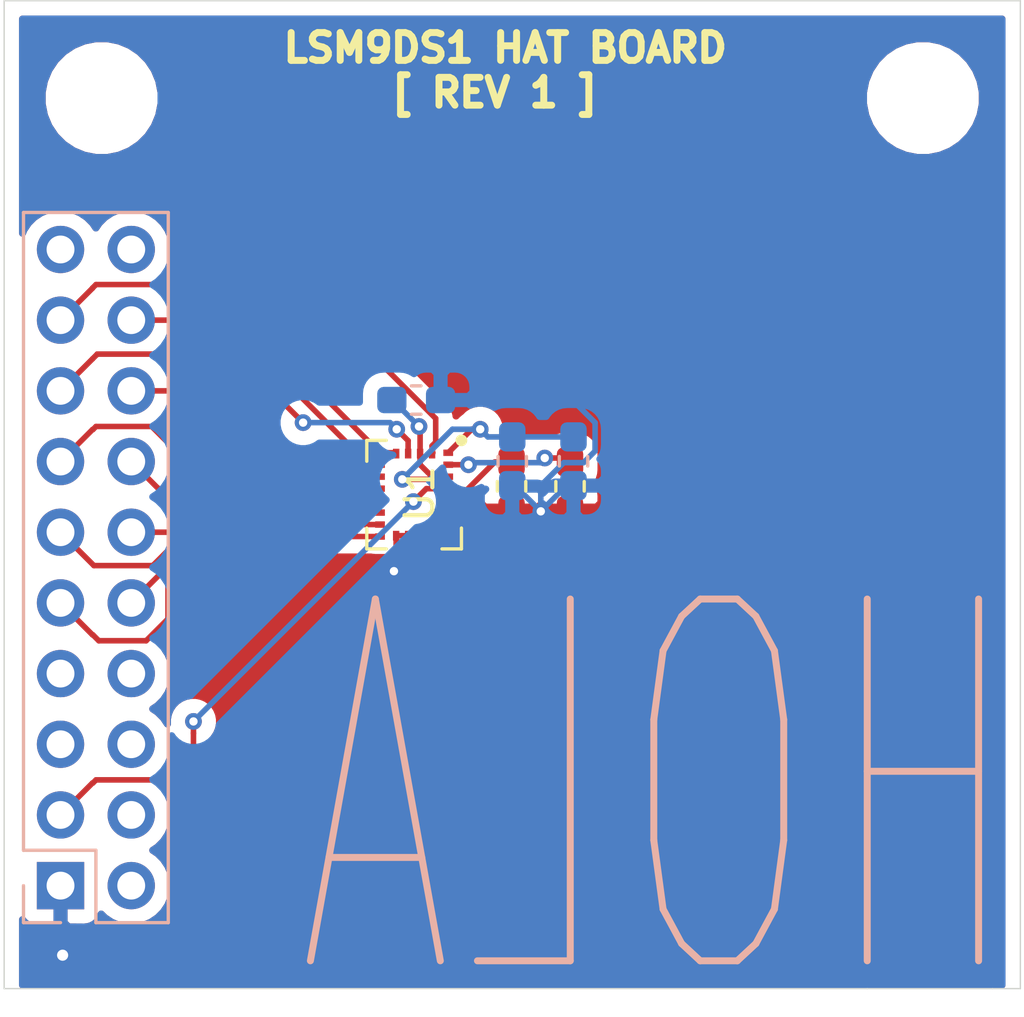
<source format=kicad_pcb>
(kicad_pcb (version 20171130) (host pcbnew "(5.1.6)-1")

  (general
    (thickness 1.6)
    (drawings 8)
    (tracks 133)
    (zones 0)
    (modules 9)
    (nets 23)
  )

  (page A4)
  (layers
    (0 F.Cu signal)
    (31 B.Cu signal)
    (32 B.Adhes user)
    (33 F.Adhes user)
    (34 B.Paste user)
    (35 F.Paste user)
    (36 B.SilkS user)
    (37 F.SilkS user)
    (38 B.Mask user)
    (39 F.Mask user)
    (40 Dwgs.User user)
    (41 Cmts.User user)
    (42 Eco1.User user)
    (43 Eco2.User user)
    (44 Edge.Cuts user)
    (45 Margin user)
    (46 B.CrtYd user)
    (47 F.CrtYd user)
    (48 B.Fab user)
    (49 F.Fab user)
  )

  (setup
    (last_trace_width 0.25)
    (user_trace_width 0.2)
    (user_trace_width 1)
    (user_trace_width 2)
    (trace_clearance 0.2)
    (zone_clearance 0.508)
    (zone_45_only no)
    (trace_min 0.2)
    (via_size 0.8)
    (via_drill 0.4)
    (via_min_size 0.4)
    (via_min_drill 0.3)
    (user_via 0.6 0.3)
    (user_via 1 0.5)
    (uvia_size 0.3)
    (uvia_drill 0.1)
    (uvias_allowed no)
    (uvia_min_size 0.2)
    (uvia_min_drill 0.1)
    (edge_width 0.05)
    (segment_width 0.2)
    (pcb_text_width 0.3)
    (pcb_text_size 1.5 1.5)
    (mod_edge_width 0.12)
    (mod_text_size 1 1)
    (mod_text_width 0.15)
    (pad_size 3 3)
    (pad_drill 3)
    (pad_to_mask_clearance 0.05)
    (aux_axis_origin 0 0)
    (visible_elements 7FFFFFFF)
    (pcbplotparams
      (layerselection 0x010fc_ffffffff)
      (usegerberextensions false)
      (usegerberattributes true)
      (usegerberadvancedattributes true)
      (creategerberjobfile true)
      (excludeedgelayer true)
      (linewidth 0.100000)
      (plotframeref false)
      (viasonmask false)
      (mode 1)
      (useauxorigin false)
      (hpglpennumber 1)
      (hpglpenspeed 20)
      (hpglpendiameter 15.000000)
      (psnegative false)
      (psa4output false)
      (plotreference true)
      (plotvalue true)
      (plotinvisibletext false)
      (padsonsilk false)
      (subtractmaskfromsilk false)
      (outputformat 1)
      (mirror false)
      (drillshape 1)
      (scaleselection 1)
      (outputdirectory ""))
  )

  (net 0 "")
  (net 1 GND)
  (net 2 "Net-(C1-Pad1)")
  (net 3 +3V3)
  (net 4 "Net-(C3-Pad1)")
  (net 5 /MISO)
  (net 6 /SCLK)
  (net 7 /MOSI)
  (net 8 /male_pin/H_RX)
  (net 9 /male_pin/H_TX)
  (net 10 /CS)
  (net 11 /INT1)
  (net 12 /INT2)
  (net 13 /INTM)
  (net 14 /CSM)
  (net 15 /DRDYM)
  (net 16 /DEN)
  (net 17 /male_pin/H_PIN_7)
  (net 18 /male_pin/H_PIN_8)
  (net 19 /male_pin/H_PIN_9)
  (net 20 /male_pin/H_PIN_10)
  (net 21 /male_pin/H_PIN_11)
  (net 22 /male_pin/+BATT)

  (net_class Default "This is the default net class."
    (clearance 0.2)
    (trace_width 0.25)
    (via_dia 0.8)
    (via_drill 0.4)
    (uvia_dia 0.3)
    (uvia_drill 0.1)
    (add_net +3V3)
    (add_net /CS)
    (add_net /CSM)
    (add_net /DEN)
    (add_net /DRDYM)
    (add_net /INT1)
    (add_net /INT2)
    (add_net /INTM)
    (add_net /MISO)
    (add_net /MOSI)
    (add_net /SCLK)
    (add_net /male_pin/+BATT)
    (add_net /male_pin/H_PIN_10)
    (add_net /male_pin/H_PIN_11)
    (add_net /male_pin/H_PIN_7)
    (add_net /male_pin/H_PIN_8)
    (add_net /male_pin/H_PIN_9)
    (add_net /male_pin/H_RX)
    (add_net /male_pin/H_TX)
    (add_net GND)
    (add_net "Net-(C1-Pad1)")
    (add_net "Net-(C3-Pad1)")
  )

  (module MountingHole:MountingHole_3mm (layer F.Cu) (tedit 56D1B4CB) (tstamp 5FF7EE2A)
    (at 162.5 60)
    (descr "Mounting Hole 3mm, no annular")
    (tags "mounting hole 3mm no annular")
    (path /5FA45FD6)
    (attr virtual)
    (fp_text reference H3 (at -4 1) (layer F.SilkS) hide
      (effects (font (size 1 1) (thickness 0.15)))
    )
    (fp_text value MountingHole (at -1.5 2) (layer F.Fab)
      (effects (font (size 1 1) (thickness 0.15)))
    )
    (fp_circle (center 0 0) (end 3.25 0) (layer F.CrtYd) (width 0.05))
    (fp_circle (center 0 0) (end 3 0) (layer Cmts.User) (width 0.15))
    (fp_text user %R (at 0.3 0) (layer F.Fab)
      (effects (font (size 1 1) (thickness 0.15)))
    )
    (pad 1 np_thru_hole circle (at 0 0) (size 3 3) (drill 3) (layers *.Cu *.Mask))
  )

  (module MountingHole:MountingHole_3mm (layer F.Cu) (tedit 56D1B4CB) (tstamp 5FF7EE2A)
    (at 133 60)
    (descr "Mounting Hole 3mm, no annular")
    (tags "mounting hole 3mm no annular")
    (path /5FA45FD6)
    (attr virtual)
    (fp_text reference H1 (at 4 1) (layer F.SilkS) hide
      (effects (font (size 1 1) (thickness 0.15)))
    )
    (fp_text value MountingHole (at 1.5 2 180) (layer F.Fab)
      (effects (font (size 1 1) (thickness 0.15)))
    )
    (fp_circle (center 0 0) (end 3.25 0) (layer F.CrtYd) (width 0.05))
    (fp_circle (center 0 0) (end 3 0) (layer Cmts.User) (width 0.15))
    (fp_text user %R (at 0.3 0) (layer F.Fab)
      (effects (font (size 1 1) (thickness 0.15)))
    )
    (pad 1 np_thru_hole circle (at 0 0) (size 3 3) (drill 3) (layers *.Cu *.Mask))
  )

  (module Connector_PinHeader_2.54mm:PinHeader_2x10_P2.54mm_Vertical (layer B.Cu) (tedit 59FED5CC) (tstamp 5FF84374)
    (at 131.525 88.3)
    (descr "Through hole straight pin header, 2x10, 2.54mm pitch, double rows")
    (tags "Through hole pin header THT 2x10 2.54mm double row")
    (path /5FF642D7/5FF82731)
    (fp_text reference J1 (at 0.975 2.7) (layer F.SilkS) hide
      (effects (font (size 1 1) (thickness 0.15)))
    )
    (fp_text value Conn_02x10_Odd_Even (at -0.525 -11.3 90) (layer F.Fab)
      (effects (font (size 1 1) (thickness 0.15)))
    )
    (fp_line (start 4.35 1.8) (end -1.8 1.8) (layer B.CrtYd) (width 0.05))
    (fp_line (start 4.35 -24.65) (end 4.35 1.8) (layer B.CrtYd) (width 0.05))
    (fp_line (start -1.8 -24.65) (end 4.35 -24.65) (layer B.CrtYd) (width 0.05))
    (fp_line (start -1.8 1.8) (end -1.8 -24.65) (layer B.CrtYd) (width 0.05))
    (fp_line (start -1.33 1.33) (end 0 1.33) (layer B.SilkS) (width 0.12))
    (fp_line (start -1.33 0) (end -1.33 1.33) (layer B.SilkS) (width 0.12))
    (fp_line (start 1.27 1.33) (end 3.87 1.33) (layer B.SilkS) (width 0.12))
    (fp_line (start 1.27 -1.27) (end 1.27 1.33) (layer B.SilkS) (width 0.12))
    (fp_line (start -1.33 -1.27) (end 1.27 -1.27) (layer B.SilkS) (width 0.12))
    (fp_line (start 3.87 1.33) (end 3.87 -24.19) (layer B.SilkS) (width 0.12))
    (fp_line (start -1.33 -1.27) (end -1.33 -24.19) (layer B.SilkS) (width 0.12))
    (fp_line (start -1.33 -24.19) (end 3.87 -24.19) (layer B.SilkS) (width 0.12))
    (fp_line (start -1.27 0) (end 0 1.27) (layer B.Fab) (width 0.1))
    (fp_line (start -1.27 -24.13) (end -1.27 0) (layer B.Fab) (width 0.1))
    (fp_line (start 3.81 -24.13) (end -1.27 -24.13) (layer B.Fab) (width 0.1))
    (fp_line (start 3.81 1.27) (end 3.81 -24.13) (layer B.Fab) (width 0.1))
    (fp_line (start 0 1.27) (end 3.81 1.27) (layer B.Fab) (width 0.1))
    (fp_text user %R (at 1.27 -11.43 -90) (layer B.Fab)
      (effects (font (size 1 1) (thickness 0.15)) (justify mirror))
    )
    (pad 20 thru_hole oval (at 2.54 -22.86) (size 1.7 1.7) (drill 1) (layers *.Cu *.Mask)
      (net 8 /male_pin/H_RX))
    (pad 19 thru_hole oval (at 0 -22.86) (size 1.7 1.7) (drill 1) (layers *.Cu *.Mask)
      (net 9 /male_pin/H_TX))
    (pad 18 thru_hole oval (at 2.54 -20.32) (size 1.7 1.7) (drill 1) (layers *.Cu *.Mask)
      (net 5 /MISO))
    (pad 17 thru_hole oval (at 0 -20.32) (size 1.7 1.7) (drill 1) (layers *.Cu *.Mask)
      (net 6 /SCLK))
    (pad 16 thru_hole oval (at 2.54 -17.78) (size 1.7 1.7) (drill 1) (layers *.Cu *.Mask)
      (net 7 /MOSI))
    (pad 15 thru_hole oval (at 0 -17.78) (size 1.7 1.7) (drill 1) (layers *.Cu *.Mask)
      (net 10 /CS))
    (pad 14 thru_hole oval (at 2.54 -15.24) (size 1.7 1.7) (drill 1) (layers *.Cu *.Mask)
      (net 15 /DRDYM))
    (pad 13 thru_hole oval (at 0 -15.24) (size 1.7 1.7) (drill 1) (layers *.Cu *.Mask)
      (net 14 /CSM))
    (pad 12 thru_hole oval (at 2.54 -12.7) (size 1.7 1.7) (drill 1) (layers *.Cu *.Mask)
      (net 13 /INTM))
    (pad 11 thru_hole oval (at 0 -12.7) (size 1.7 1.7) (drill 1) (layers *.Cu *.Mask)
      (net 11 /INT1))
    (pad 10 thru_hole oval (at 2.54 -10.16) (size 1.7 1.7) (drill 1) (layers *.Cu *.Mask)
      (net 12 /INT2))
    (pad 9 thru_hole oval (at 0 -10.16) (size 1.7 1.7) (drill 1) (layers *.Cu *.Mask)
      (net 16 /DEN))
    (pad 8 thru_hole oval (at 2.54 -7.62) (size 1.7 1.7) (drill 1) (layers *.Cu *.Mask)
      (net 17 /male_pin/H_PIN_7))
    (pad 7 thru_hole oval (at 0 -7.62) (size 1.7 1.7) (drill 1) (layers *.Cu *.Mask)
      (net 18 /male_pin/H_PIN_8))
    (pad 6 thru_hole oval (at 2.54 -5.08) (size 1.7 1.7) (drill 1) (layers *.Cu *.Mask)
      (net 19 /male_pin/H_PIN_9))
    (pad 5 thru_hole oval (at 0 -5.08) (size 1.7 1.7) (drill 1) (layers *.Cu *.Mask)
      (net 20 /male_pin/H_PIN_10))
    (pad 4 thru_hole oval (at 2.54 -2.54) (size 1.7 1.7) (drill 1) (layers *.Cu *.Mask)
      (net 21 /male_pin/H_PIN_11))
    (pad 3 thru_hole oval (at 0 -2.54) (size 1.7 1.7) (drill 1) (layers *.Cu *.Mask)
      (net 3 +3V3))
    (pad 2 thru_hole oval (at 2.54 0) (size 1.7 1.7) (drill 1) (layers *.Cu *.Mask)
      (net 22 /male_pin/+BATT))
    (pad 1 thru_hole rect (at 0 0) (size 1.7 1.7) (drill 1) (layers *.Cu *.Mask)
      (net 1 GND))
    (model ${KISYS3DMOD}/Connector_PinHeader_2.54mm.3dshapes/PinHeader_2x10_P2.54mm_Vertical.wrl
      (at (xyz 0 0 0))
      (scale (xyz 1 1 1))
      (rotate (xyz 0 0 0))
    )
  )

  (module Package_LGA:LGA-24L_3x3.5mm_P0.43mm (layer F.Cu) (tedit 5A02F217) (tstamp 5FF7D40B)
    (at 144.225 74.25 270)
    (descr "LGA 24L 3x3.5mm Pitch 0.43mm")
    (tags "LGA 24L 3x3.5mm Pitch 0.43mm")
    (path /5FF5E858/5FF62050)
    (attr smd)
    (fp_text reference U1 (at -0.025 -0.2 90) (layer F.SilkS)
      (effects (font (size 1 1) (thickness 0.15)))
    )
    (fp_text value LSM9DS1 (at -0.225 0.65 90) (layer F.Fab)
      (effects (font (size 1 1) (thickness 0.15)))
    )
    (fp_line (start -1.2 1.7) (end -1.95 1.7) (layer F.SilkS) (width 0.12))
    (fp_line (start 1.95 1) (end 1.95 1.7) (layer F.SilkS) (width 0.12))
    (fp_line (start -1.75 -1.5) (end 1.75 -1.5) (layer F.Fab) (width 0.1))
    (fp_line (start 1.75 -1.5) (end 1.75 1.5) (layer F.Fab) (width 0.1))
    (fp_line (start 1.75 1.5) (end -1.75 1.5) (layer F.Fab) (width 0.1))
    (fp_line (start -1.75 1.5) (end -1.75 -1.5) (layer F.Fab) (width 0.1))
    (fp_circle (center -1.3 -1) (end -1.3 -0.85) (layer F.Fab) (width 0.1))
    (fp_line (start 1.2 -1.7) (end 1.95 -1.7) (layer F.SilkS) (width 0.12))
    (fp_line (start 1.95 -1.7) (end 1.95 -1) (layer F.SilkS) (width 0.12))
    (fp_line (start 1.95 1.7) (end 1.2 1.7) (layer F.SilkS) (width 0.12))
    (fp_line (start -1.95 1.7) (end -1.95 1) (layer F.SilkS) (width 0.12))
    (fp_circle (center -1.95 -1.7) (end -1.8 -1.7) (layer F.SilkS) (width 0.12))
    (fp_line (start -2.1 -1.85) (end 2.1 -1.85) (layer F.CrtYd) (width 0.05))
    (fp_line (start 2.1 -1.85) (end 2.1 1.85) (layer F.CrtYd) (width 0.05))
    (fp_line (start 2.1 1.85) (end -2.1 1.85) (layer F.CrtYd) (width 0.05))
    (fp_line (start -2.1 1.85) (end -2.1 -1.85) (layer F.CrtYd) (width 0.05))
    (fp_circle (center -1.3 -1) (end -1.3 -0.95) (layer F.Fab) (width 0.1))
    (fp_circle (center -1.95 -1.7) (end -1.89 -1.7) (layer F.SilkS) (width 0.12))
    (fp_text user %R (at -0.025 -0.325 90) (layer F.Fab)
      (effects (font (size 1 1) (thickness 0.15)))
    )
    (pad 13 smd rect (at 1.505 1.225 270) (size 0.23 0.35) (layers F.Cu F.Paste F.Mask)
      (net 16 /DEN))
    (pad 12 smd rect (at 1.075 1.225 270) (size 0.23 0.35) (layers F.Cu F.Paste F.Mask)
      (net 12 /INT2))
    (pad 11 smd rect (at 0.645 1.225 270) (size 0.23 0.35) (layers F.Cu F.Paste F.Mask)
      (net 11 /INT1))
    (pad 10 smd rect (at 0.215 1.225 270) (size 0.23 0.35) (layers F.Cu F.Paste F.Mask)
      (net 13 /INTM))
    (pad 9 smd rect (at -0.215 1.225 270) (size 0.23 0.35) (layers F.Cu F.Paste F.Mask)
      (net 15 /DRDYM))
    (pad 8 smd rect (at -0.645 1.225 270) (size 0.23 0.35) (layers F.Cu F.Paste F.Mask)
      (net 14 /CSM))
    (pad 7 smd rect (at -1.075 1.225 270) (size 0.23 0.35) (layers F.Cu F.Paste F.Mask)
      (net 10 /CS))
    (pad 6 smd rect (at -1.505 1.225 270) (size 0.23 0.35) (layers F.Cu F.Paste F.Mask)
      (net 5 /MISO))
    (pad 18 smd rect (at 1.505 -1.225 270) (size 0.23 0.35) (layers F.Cu F.Paste F.Mask)
      (net 1 GND))
    (pad 19 smd rect (at 1.075 -1.225 270) (size 0.23 0.35) (layers F.Cu F.Paste F.Mask)
      (net 1 GND))
    (pad 20 smd rect (at 0.645 -1.225 270) (size 0.23 0.35) (layers F.Cu F.Paste F.Mask)
      (net 1 GND))
    (pad 21 smd rect (at 0.215 -1.225 270) (size 0.23 0.35) (layers F.Cu F.Paste F.Mask)
      (net 2 "Net-(C1-Pad1)"))
    (pad 22 smd rect (at -0.215 -1.225 270) (size 0.23 0.35) (layers F.Cu F.Paste F.Mask)
      (net 3 +3V3))
    (pad 23 smd rect (at -0.645 -1.225 270) (size 0.23 0.35) (layers F.Cu F.Paste F.Mask)
      (net 3 +3V3))
    (pad 24 smd rect (at -1.075 -1.225 270) (size 0.23 0.35) (layers F.Cu F.Paste F.Mask)
      (net 4 "Net-(C3-Pad1)"))
    (pad 14 smd rect (at 1.475 0.645 270) (size 0.35 0.23) (layers F.Cu F.Paste F.Mask)
      (net 1 GND))
    (pad 5 smd rect (at -1.475 0.645 270) (size 0.35 0.23) (layers F.Cu F.Paste F.Mask)
      (net 5 /MISO))
    (pad 15 smd rect (at 1.475 0.215 270) (size 0.35 0.23) (layers F.Cu F.Paste F.Mask)
      (net 1 GND))
    (pad 4 smd rect (at -1.475 0.215 270) (size 0.35 0.23) (layers F.Cu F.Paste F.Mask)
      (net 7 /MOSI))
    (pad 16 smd rect (at 1.475 -0.215 270) (size 0.35 0.23) (layers F.Cu F.Paste F.Mask)
      (net 1 GND))
    (pad 3 smd rect (at -1.475 -0.215 270) (size 0.35 0.23) (layers F.Cu F.Paste F.Mask)
      (net 3 +3V3))
    (pad 17 smd rect (at 1.475 -0.645 270) (size 0.35 0.23) (layers F.Cu F.Paste F.Mask)
      (net 1 GND))
    (pad 2 smd rect (at -1.475 -0.645 270) (size 0.35 0.23) (layers F.Cu F.Paste F.Mask)
      (net 6 /SCLK))
    (pad 1 smd rect (at -1.505 -1.225 270) (size 0.23 0.35) (layers F.Cu F.Paste F.Mask)
      (net 3 +3V3))
    (model ${KISYS3DMOD}/Package_LGA.3dshapes/LGA-24L_3x3.5mm_P0.43mm.wrl
      (at (xyz 0 0 0))
      (scale (xyz 1 1 1))
      (rotate (xyz 0 0 0))
    )
  )

  (module Capacitor_SMD:C_0603_1608Metric_Pad1.05x0.95mm_HandSolder (layer B.Cu) (tedit 5B301BBE) (tstamp 5FF7D3B4)
    (at 149.95 73.05 270)
    (descr "Capacitor SMD 0603 (1608 Metric), square (rectangular) end terminal, IPC_7351 nominal with elongated pad for handsoldering. (Body size source: http://www.tortai-tech.com/upload/download/2011102023233369053.pdf), generated with kicad-footprint-generator")
    (tags "capacitor handsolder")
    (path /5FF5E858/5FF62068)
    (attr smd)
    (fp_text reference C5 (at 1.8 0 180) (layer B.SilkS) hide
      (effects (font (size 1 1) (thickness 0.15)) (justify mirror))
    )
    (fp_text value 10uF (at 0.1 0.1 270) (layer B.Fab)
      (effects (font (size 1 1) (thickness 0.15)) (justify mirror))
    )
    (fp_line (start 1.65 -0.73) (end -1.65 -0.73) (layer B.CrtYd) (width 0.05))
    (fp_line (start 1.65 0.73) (end 1.65 -0.73) (layer B.CrtYd) (width 0.05))
    (fp_line (start -1.65 0.73) (end 1.65 0.73) (layer B.CrtYd) (width 0.05))
    (fp_line (start -1.65 -0.73) (end -1.65 0.73) (layer B.CrtYd) (width 0.05))
    (fp_line (start -0.171267 -0.51) (end 0.171267 -0.51) (layer B.SilkS) (width 0.12))
    (fp_line (start -0.171267 0.51) (end 0.171267 0.51) (layer B.SilkS) (width 0.12))
    (fp_line (start 0.8 -0.4) (end -0.8 -0.4) (layer B.Fab) (width 0.1))
    (fp_line (start 0.8 0.4) (end 0.8 -0.4) (layer B.Fab) (width 0.1))
    (fp_line (start -0.8 0.4) (end 0.8 0.4) (layer B.Fab) (width 0.1))
    (fp_line (start -0.8 -0.4) (end -0.8 0.4) (layer B.Fab) (width 0.1))
    (fp_text user %R (at 0 0 270) (layer B.Fab)
      (effects (font (size 0.4 0.4) (thickness 0.06)) (justify mirror))
    )
    (pad 2 smd roundrect (at 0.875 0 270) (size 1.05 0.95) (layers B.Cu B.Paste B.Mask) (roundrect_rratio 0.25)
      (net 1 GND))
    (pad 1 smd roundrect (at -0.875 0 270) (size 1.05 0.95) (layers B.Cu B.Paste B.Mask) (roundrect_rratio 0.25)
      (net 3 +3V3))
    (model ${KISYS3DMOD}/Capacitor_SMD.3dshapes/C_0603_1608Metric.wrl
      (at (xyz 0 0 0))
      (scale (xyz 1 1 1))
      (rotate (xyz 0 0 0))
    )
  )

  (module Capacitor_SMD:C_0603_1608Metric_Pad1.05x0.95mm_HandSolder (layer B.Cu) (tedit 5B301BBE) (tstamp 5FF7D3A3)
    (at 147.75 73.05 270)
    (descr "Capacitor SMD 0603 (1608 Metric), square (rectangular) end terminal, IPC_7351 nominal with elongated pad for handsoldering. (Body size source: http://www.tortai-tech.com/upload/download/2011102023233369053.pdf), generated with kicad-footprint-generator")
    (tags "capacitor handsolder")
    (path /5FF5E858/5FF62062)
    (attr smd)
    (fp_text reference C4 (at 1.8 0 180) (layer B.SilkS) hide
      (effects (font (size 1 1) (thickness 0.15)) (justify mirror))
    )
    (fp_text value 100nF (at -0.2 -0.1 90) (layer B.Fab)
      (effects (font (size 1 1) (thickness 0.15)) (justify mirror))
    )
    (fp_line (start 1.65 -0.73) (end -1.65 -0.73) (layer B.CrtYd) (width 0.05))
    (fp_line (start 1.65 0.73) (end 1.65 -0.73) (layer B.CrtYd) (width 0.05))
    (fp_line (start -1.65 0.73) (end 1.65 0.73) (layer B.CrtYd) (width 0.05))
    (fp_line (start -1.65 -0.73) (end -1.65 0.73) (layer B.CrtYd) (width 0.05))
    (fp_line (start -0.171267 -0.51) (end 0.171267 -0.51) (layer B.SilkS) (width 0.12))
    (fp_line (start -0.171267 0.51) (end 0.171267 0.51) (layer B.SilkS) (width 0.12))
    (fp_line (start 0.8 -0.4) (end -0.8 -0.4) (layer B.Fab) (width 0.1))
    (fp_line (start 0.8 0.4) (end 0.8 -0.4) (layer B.Fab) (width 0.1))
    (fp_line (start -0.8 0.4) (end 0.8 0.4) (layer B.Fab) (width 0.1))
    (fp_line (start -0.8 -0.4) (end -0.8 0.4) (layer B.Fab) (width 0.1))
    (fp_text user %R (at 0 0 270) (layer B.Fab)
      (effects (font (size 0.4 0.4) (thickness 0.06)) (justify mirror))
    )
    (pad 2 smd roundrect (at 0.875 0 270) (size 1.05 0.95) (layers B.Cu B.Paste B.Mask) (roundrect_rratio 0.25)
      (net 1 GND))
    (pad 1 smd roundrect (at -0.875 0 270) (size 1.05 0.95) (layers B.Cu B.Paste B.Mask) (roundrect_rratio 0.25)
      (net 3 +3V3))
    (model ${KISYS3DMOD}/Capacitor_SMD.3dshapes/C_0603_1608Metric.wrl
      (at (xyz 0 0 0))
      (scale (xyz 1 1 1))
      (rotate (xyz 0 0 0))
    )
  )

  (module Capacitor_SMD:C_0603_1608Metric_Pad1.05x0.95mm_HandSolder (layer F.Cu) (tedit 5B301BBE) (tstamp 5FF7D392)
    (at 149.825 73.95 270)
    (descr "Capacitor SMD 0603 (1608 Metric), square (rectangular) end terminal, IPC_7351 nominal with elongated pad for handsoldering. (Body size source: http://www.tortai-tech.com/upload/download/2011102023233369053.pdf), generated with kicad-footprint-generator")
    (tags "capacitor handsolder")
    (path /5FF5E858/5FF62085)
    (attr smd)
    (fp_text reference C3 (at 2.05 0 180) (layer F.SilkS) hide
      (effects (font (size 1 1) (thickness 0.15)))
    )
    (fp_text value 100nF (at 0 -0.1 90) (layer F.Fab)
      (effects (font (size 1 1) (thickness 0.15)))
    )
    (fp_line (start 1.65 0.73) (end -1.65 0.73) (layer F.CrtYd) (width 0.05))
    (fp_line (start 1.65 -0.73) (end 1.65 0.73) (layer F.CrtYd) (width 0.05))
    (fp_line (start -1.65 -0.73) (end 1.65 -0.73) (layer F.CrtYd) (width 0.05))
    (fp_line (start -1.65 0.73) (end -1.65 -0.73) (layer F.CrtYd) (width 0.05))
    (fp_line (start -0.171267 0.51) (end 0.171267 0.51) (layer F.SilkS) (width 0.12))
    (fp_line (start -0.171267 -0.51) (end 0.171267 -0.51) (layer F.SilkS) (width 0.12))
    (fp_line (start 0.8 0.4) (end -0.8 0.4) (layer F.Fab) (width 0.1))
    (fp_line (start 0.8 -0.4) (end 0.8 0.4) (layer F.Fab) (width 0.1))
    (fp_line (start -0.8 -0.4) (end 0.8 -0.4) (layer F.Fab) (width 0.1))
    (fp_line (start -0.8 0.4) (end -0.8 -0.4) (layer F.Fab) (width 0.1))
    (fp_text user %R (at 0 0 90) (layer F.Fab)
      (effects (font (size 0.4 0.4) (thickness 0.06)))
    )
    (pad 2 smd roundrect (at 0.875 0 270) (size 1.05 0.95) (layers F.Cu F.Paste F.Mask) (roundrect_rratio 0.25)
      (net 1 GND))
    (pad 1 smd roundrect (at -0.875 0 270) (size 1.05 0.95) (layers F.Cu F.Paste F.Mask) (roundrect_rratio 0.25)
      (net 4 "Net-(C3-Pad1)"))
    (model ${KISYS3DMOD}/Capacitor_SMD.3dshapes/C_0603_1608Metric.wrl
      (at (xyz 0 0 0))
      (scale (xyz 1 1 1))
      (rotate (xyz 0 0 0))
    )
  )

  (module Capacitor_SMD:C_0603_1608Metric_Pad1.05x0.95mm_HandSolder (layer B.Cu) (tedit 5B301BBE) (tstamp 5FF7D381)
    (at 144.3 70.85)
    (descr "Capacitor SMD 0603 (1608 Metric), square (rectangular) end terminal, IPC_7351 nominal with elongated pad for handsoldering. (Body size source: http://www.tortai-tech.com/upload/download/2011102023233369053.pdf), generated with kicad-footprint-generator")
    (tags "capacitor handsolder")
    (path /5FF5E858/5FF620AD)
    (attr smd)
    (fp_text reference C2 (at 1.8 0 90) (layer B.SilkS) hide
      (effects (font (size 1 1) (thickness 0.15)) (justify mirror))
    )
    (fp_text value 100nF (at -0.2 0) (layer B.Fab)
      (effects (font (size 1 1) (thickness 0.15)) (justify mirror))
    )
    (fp_line (start 1.65 -0.73) (end -1.65 -0.73) (layer B.CrtYd) (width 0.05))
    (fp_line (start 1.65 0.73) (end 1.65 -0.73) (layer B.CrtYd) (width 0.05))
    (fp_line (start -1.65 0.73) (end 1.65 0.73) (layer B.CrtYd) (width 0.05))
    (fp_line (start -1.65 -0.73) (end -1.65 0.73) (layer B.CrtYd) (width 0.05))
    (fp_line (start -0.171267 -0.51) (end 0.171267 -0.51) (layer B.SilkS) (width 0.12))
    (fp_line (start -0.171267 0.51) (end 0.171267 0.51) (layer B.SilkS) (width 0.12))
    (fp_line (start 0.8 -0.4) (end -0.8 -0.4) (layer B.Fab) (width 0.1))
    (fp_line (start 0.8 0.4) (end 0.8 -0.4) (layer B.Fab) (width 0.1))
    (fp_line (start -0.8 0.4) (end 0.8 0.4) (layer B.Fab) (width 0.1))
    (fp_line (start -0.8 -0.4) (end -0.8 0.4) (layer B.Fab) (width 0.1))
    (fp_text user %R (at 0 0) (layer B.Fab)
      (effects (font (size 0.4 0.4) (thickness 0.06)) (justify mirror))
    )
    (pad 2 smd roundrect (at 0.875 0) (size 1.05 0.95) (layers B.Cu B.Paste B.Mask) (roundrect_rratio 0.25)
      (net 1 GND))
    (pad 1 smd roundrect (at -0.875 0) (size 1.05 0.95) (layers B.Cu B.Paste B.Mask) (roundrect_rratio 0.25)
      (net 3 +3V3))
    (model ${KISYS3DMOD}/Capacitor_SMD.3dshapes/C_0603_1608Metric.wrl
      (at (xyz 0 0 0))
      (scale (xyz 1 1 1))
      (rotate (xyz 0 0 0))
    )
  )

  (module Capacitor_SMD:C_0603_1608Metric_Pad1.05x0.95mm_HandSolder (layer F.Cu) (tedit 5B301BBE) (tstamp 5FF7D370)
    (at 147.725 73.95 270)
    (descr "Capacitor SMD 0603 (1608 Metric), square (rectangular) end terminal, IPC_7351 nominal with elongated pad for handsoldering. (Body size source: http://www.tortai-tech.com/upload/download/2011102023233369053.pdf), generated with kicad-footprint-generator")
    (tags "capacitor handsolder")
    (path /5FF5E858/5FF62095)
    (attr smd)
    (fp_text reference C1 (at 2 -0.1) (layer F.SilkS) hide
      (effects (font (size 1 1) (thickness 0.15)))
    )
    (fp_text value 10nF (at 0 0.1 90) (layer F.Fab)
      (effects (font (size 1 1) (thickness 0.15)))
    )
    (fp_line (start 1.65 0.73) (end -1.65 0.73) (layer F.CrtYd) (width 0.05))
    (fp_line (start 1.65 -0.73) (end 1.65 0.73) (layer F.CrtYd) (width 0.05))
    (fp_line (start -1.65 -0.73) (end 1.65 -0.73) (layer F.CrtYd) (width 0.05))
    (fp_line (start -1.65 0.73) (end -1.65 -0.73) (layer F.CrtYd) (width 0.05))
    (fp_line (start -0.171267 0.51) (end 0.171267 0.51) (layer F.SilkS) (width 0.12))
    (fp_line (start -0.171267 -0.51) (end 0.171267 -0.51) (layer F.SilkS) (width 0.12))
    (fp_line (start 0.8 0.4) (end -0.8 0.4) (layer F.Fab) (width 0.1))
    (fp_line (start 0.8 -0.4) (end 0.8 0.4) (layer F.Fab) (width 0.1))
    (fp_line (start -0.8 -0.4) (end 0.8 -0.4) (layer F.Fab) (width 0.1))
    (fp_line (start -0.8 0.4) (end -0.8 -0.4) (layer F.Fab) (width 0.1))
    (fp_text user %R (at 0 0 90) (layer F.Fab)
      (effects (font (size 0.4 0.4) (thickness 0.06)))
    )
    (pad 2 smd roundrect (at 0.875 0 270) (size 1.05 0.95) (layers F.Cu F.Paste F.Mask) (roundrect_rratio 0.25)
      (net 1 GND))
    (pad 1 smd roundrect (at -0.875 0 270) (size 1.05 0.95) (layers F.Cu F.Paste F.Mask) (roundrect_rratio 0.25)
      (net 2 "Net-(C1-Pad1)"))
    (model ${KISYS3DMOD}/Capacitor_SMD.3dshapes/C_0603_1608Metric.wrl
      (at (xyz 0 0 0))
      (scale (xyz 1 1 1))
      (rotate (xyz 0 0 0))
    )
  )

  (gr_text HOLA (at 153 85) (layer B.SilkS)
    (effects (font (size 13 7) (thickness 0.25)) (justify mirror))
  )
  (gr_text "LSM9DS1 HAT BOARD\n           [ REV 1 ]            " (at 147.5 59) (layer F.SilkS)
    (effects (font (size 1 1) (thickness 0.25)))
  )
  (gr_line (start 166 92) (end 165 92) (layer Edge.Cuts) (width 0.05) (tstamp 5FFBE8E0))
  (gr_line (start 166 56.5) (end 166 92) (layer Edge.Cuts) (width 0.05))
  (gr_line (start 165 92) (end 160.5 92) (layer Edge.Cuts) (width 0.05) (tstamp 5FFBE8DA))
  (gr_line (start 129.5 56.5) (end 166 56.5) (layer Edge.Cuts) (width 0.05))
  (gr_line (start 129.5 92) (end 160.5 92) (layer Edge.Cuts) (width 0.05))
  (gr_line (start 129.5 56.5) (end 129.5 92) (layer Edge.Cuts) (width 0.05))

  (via (at 131.6 90.8) (size 0.8) (drill 0.4) (layers F.Cu B.Cu) (net 1))
  (segment (start 131.6 90.8) (end 131.6 88.375) (width 0.25) (layer F.Cu) (net 1))
  (segment (start 131.6 88.375) (end 131.525 88.3) (width 0.2) (layer F.Cu) (net 1))
  (via (at 148.775 74.85) (size 0.6) (drill 0.3) (layers F.Cu B.Cu) (net 1))
  (segment (start 145.45 75.325) (end 145.45 75.755) (width 0.2) (layer F.Cu) (net 1))
  (segment (start 144.9 75.755) (end 144.87 75.725) (width 0.2) (layer F.Cu) (net 1))
  (segment (start 145.45 75.755) (end 144.9 75.755) (width 0.2) (layer F.Cu) (net 1))
  (segment (start 143.58 75.725) (end 144.01 75.725) (width 0.2) (layer F.Cu) (net 1))
  (segment (start 144.44 75.725) (end 144.01 75.725) (width 0.2) (layer F.Cu) (net 1))
  (segment (start 144.44 75.725) (end 144.87 75.725) (width 0.2) (layer F.Cu) (net 1))
  (segment (start 148.8 74.825) (end 148.775 74.85) (width 0.2) (layer F.Cu) (net 1))
  (segment (start 149.825 74.825) (end 148.8 74.825) (width 0.2) (layer F.Cu) (net 1))
  (segment (start 147.85 73.925) (end 148.775 74.85) (width 0.2) (layer B.Cu) (net 1))
  (segment (start 147.75 73.925) (end 147.85 73.925) (width 0.2) (layer B.Cu) (net 1))
  (segment (start 149.7 73.925) (end 148.775 74.85) (width 0.2) (layer B.Cu) (net 1))
  (segment (start 149.95 73.925) (end 149.7 73.925) (width 0.2) (layer B.Cu) (net 1))
  (segment (start 148.725 74.9) (end 148.775 74.85) (width 0.2) (layer B.Cu) (net 1))
  (segment (start 148.8 74.825) (end 148.775 74.85) (width 0.2) (layer B.Cu) (net 1))
  (segment (start 148.775 73.925) (end 148.775 74.85) (width 0.2) (layer B.Cu) (net 1))
  (segment (start 149.6 73.1) (end 148.775 73.925) (width 0.2) (layer B.Cu) (net 1))
  (segment (start 149.910156 70.85) (end 150.72501 71.664854) (width 0.2) (layer B.Cu) (net 1))
  (segment (start 145.175 70.85) (end 149.910156 70.85) (width 0.2) (layer B.Cu) (net 1))
  (segment (start 150.72501 71.664854) (end 150.72501 72.685146) (width 0.2) (layer B.Cu) (net 1))
  (segment (start 150.310156 73.1) (end 149.6 73.1) (width 0.2) (layer B.Cu) (net 1))
  (segment (start 150.72501 72.685146) (end 150.310156 73.1) (width 0.2) (layer B.Cu) (net 1))
  (segment (start 145.460001 74.905001) (end 145.45 74.905001) (width 0.2) (layer F.Cu) (net 1))
  (segment (start 148.75 74.825) (end 148.775 74.85) (width 0.2) (layer F.Cu) (net 1))
  (segment (start 147.725 74.825) (end 148.75 74.825) (width 0.2) (layer F.Cu) (net 1))
  (segment (start 145.45 75.325) (end 145.45 74.895) (width 0.2) (layer F.Cu) (net 1))
  (via (at 143.5 77) (size 0.6) (drill 0.3) (layers F.Cu B.Cu) (net 1))
  (segment (start 143.58 75.725) (end 143.58 76.92) (width 0.2) (layer F.Cu) (net 1))
  (segment (start 143.58 76.92) (end 143.5 77) (width 0.2) (layer F.Cu) (net 1))
  (segment (start 145.465 74.465) (end 145.479999 74.479999) (width 0.2) (layer F.Cu) (net 2))
  (segment (start 145.45 74.465) (end 145.465 74.465) (width 0.2) (layer F.Cu) (net 2))
  (segment (start 145.735 74.465) (end 145.45 74.465) (width 0.2) (layer F.Cu) (net 2))
  (segment (start 147.125 73.075) (end 145.735 74.465) (width 0.2) (layer F.Cu) (net 2))
  (segment (start 147.725 73.075) (end 147.125 73.075) (width 0.2) (layer F.Cu) (net 2))
  (segment (start 147.75 72.175) (end 149.95 72.175) (width 0.2) (layer B.Cu) (net 3))
  (via (at 146.599265 71.900735) (size 0.6) (drill 0.3) (layers F.Cu B.Cu) (net 3))
  (segment (start 147.75 72.175) (end 146.87353 72.175) (width 0.2) (layer B.Cu) (net 3))
  (segment (start 146.87353 72.175) (end 146.599265 71.900735) (width 0.2) (layer B.Cu) (net 3))
  (segment (start 146.294265 71.900735) (end 145.45 72.745) (width 0.2) (layer F.Cu) (net 3))
  (segment (start 146.599265 71.900735) (end 146.294265 71.900735) (width 0.2) (layer F.Cu) (net 3))
  (segment (start 145.45 73.605) (end 145.45 74.035) (width 0.2) (layer F.Cu) (net 3))
  (via (at 144.4 71.8) (size 0.6) (drill 0.3) (layers F.Cu B.Cu) (net 3))
  (segment (start 143.425 70.85) (end 143.45 70.85) (width 0.2) (layer B.Cu) (net 3))
  (segment (start 143.45 70.85) (end 144.4 71.8) (width 0.2) (layer B.Cu) (net 3))
  (segment (start 144.44 71.84) (end 144.44 72.775) (width 0.2) (layer F.Cu) (net 3))
  (segment (start 144.4 71.8) (end 144.44 71.84) (width 0.2) (layer F.Cu) (net 3))
  (segment (start 145.45 74.035) (end 144.665 74.035) (width 0.2) (layer F.Cu) (net 3))
  (via (at 144.2 74.5) (size 0.6) (drill 0.3) (layers F.Cu B.Cu) (net 3))
  (segment (start 144.665 74.035) (end 144.2 74.5) (width 0.2) (layer F.Cu) (net 3))
  (via (at 136.3 82.4) (size 0.6) (drill 0.3) (layers F.Cu B.Cu) (net 3))
  (segment (start 144.2 74.5) (end 136.3 82.4) (width 0.2) (layer B.Cu) (net 3))
  (segment (start 144.44 73.175002) (end 144.869998 73.605) (width 0.2) (layer F.Cu) (net 3))
  (segment (start 144.869998 73.605) (end 145.45 73.605) (width 0.2) (layer F.Cu) (net 3))
  (segment (start 144.44 72.775) (end 144.44 73.175002) (width 0.2) (layer F.Cu) (net 3))
  (segment (start 146.599265 71.900735) (end 145.599265 71.900735) (width 0.2) (layer B.Cu) (net 3))
  (via (at 143.8 73.7) (size 0.6) (drill 0.3) (layers F.Cu B.Cu) (net 3))
  (segment (start 145.599265 71.900735) (end 143.8 73.7) (width 0.2) (layer B.Cu) (net 3))
  (segment (start 145.355 73.7) (end 145.45 73.605) (width 0.2) (layer F.Cu) (net 3))
  (segment (start 143.8 73.7) (end 145.355 73.7) (width 0.2) (layer F.Cu) (net 3))
  (segment (start 136.3 82.824264) (end 136.3 82.4) (width 0.2) (layer F.Cu) (net 3))
  (segment (start 136.3 83.4) (end 136.3 82.824264) (width 0.2) (layer F.Cu) (net 3))
  (segment (start 132.675001 84.609999) (end 132.690001 84.609999) (width 0.2) (layer F.Cu) (net 3))
  (segment (start 135.2 84.5) (end 136.3 83.4) (width 0.2) (layer F.Cu) (net 3))
  (segment (start 131.525 85.76) (end 132.675001 84.609999) (width 0.2) (layer F.Cu) (net 3))
  (segment (start 132.690001 84.609999) (end 132.8 84.5) (width 0.2) (layer F.Cu) (net 3))
  (segment (start 132.8 84.5) (end 135.2 84.5) (width 0.2) (layer F.Cu) (net 3))
  (segment (start 149.9 73.35) (end 149.8 73.25) (width 0.2) (layer F.Cu) (net 4))
  (via (at 146.17647 73.175) (size 0.6) (drill 0.3) (layers F.Cu B.Cu) (net 4))
  (segment (start 145.45 73.175) (end 146.17647 73.175) (width 0.2) (layer F.Cu) (net 4))
  (via (at 148.917319 72.934152) (size 0.6) (drill 0.3) (layers F.Cu B.Cu) (net 4))
  (segment (start 148.751481 73.09999) (end 148.917319 72.934152) (width 0.2) (layer B.Cu) (net 4))
  (segment (start 146.17647 73.175) (end 146.25148 73.09999) (width 0.2) (layer B.Cu) (net 4))
  (segment (start 146.25148 73.09999) (end 148.751481 73.09999) (width 0.2) (layer B.Cu) (net 4))
  (segment (start 149.684152 72.934152) (end 149.825 73.075) (width 0.2) (layer F.Cu) (net 4))
  (segment (start 148.917319 72.934152) (end 149.684152 72.934152) (width 0.2) (layer F.Cu) (net 4))
  (segment (start 138.235 67.98) (end 143 72.745) (width 0.2) (layer F.Cu) (net 5))
  (segment (start 134.065 67.98) (end 138.235 67.98) (width 0.2) (layer F.Cu) (net 5))
  (segment (start 143.55 72.745) (end 143.58 72.775) (width 0.2) (layer F.Cu) (net 5))
  (segment (start 143 72.745) (end 143.55 72.745) (width 0.2) (layer F.Cu) (net 5))
  (segment (start 144.87 72.775) (end 144.9 72.745) (width 0.2) (layer F.Cu) (net 6))
  (segment (start 145 72.364998) (end 144.87 72.494998) (width 0.2) (layer F.Cu) (net 6))
  (segment (start 144.87 72.494998) (end 144.87 72.775) (width 0.2) (layer F.Cu) (net 6))
  (segment (start 145 71.511998) (end 145 72.364998) (width 0.2) (layer F.Cu) (net 6))
  (segment (start 140.2 66.711998) (end 145 71.511998) (width 0.2) (layer F.Cu) (net 6))
  (segment (start 132.675001 66.829999) (end 132.675001 66.824999) (width 0.2) (layer F.Cu) (net 6))
  (segment (start 132.8 66.7) (end 140.2 66.7) (width 0.2) (layer F.Cu) (net 6))
  (segment (start 131.525 67.98) (end 132.675001 66.829999) (width 0.2) (layer F.Cu) (net 6))
  (segment (start 132.675001 66.824999) (end 132.8 66.7) (width 0.2) (layer F.Cu) (net 6))
  (segment (start 140.2 66.7) (end 140.2 66.711998) (width 0.2) (layer F.Cu) (net 6))
  (via (at 140.238234 71.661766) (size 0.6) (drill 0.3) (layers F.Cu B.Cu) (net 7))
  (segment (start 134.065 70.52) (end 139.096468 70.52) (width 0.2) (layer F.Cu) (net 7))
  (segment (start 139.096468 70.52) (end 140.238234 71.661766) (width 0.2) (layer F.Cu) (net 7))
  (via (at 143.6 71.9) (size 0.6) (drill 0.3) (layers F.Cu B.Cu) (net 7))
  (segment (start 140.238234 71.661766) (end 143.361766 71.661766) (width 0.2) (layer B.Cu) (net 7))
  (segment (start 143.361766 71.661766) (end 143.6 71.9) (width 0.2) (layer B.Cu) (net 7))
  (segment (start 144.01 72.31) (end 144.01 72.775) (width 0.2) (layer F.Cu) (net 7))
  (segment (start 143.6 71.9) (end 144.01 72.31) (width 0.2) (layer F.Cu) (net 7))
  (segment (start 131.525 70.52) (end 132.675001 69.369999) (width 0.2) (layer F.Cu) (net 10))
  (segment (start 132.845 69.2) (end 132.675001 69.369999) (width 0.2) (layer F.Cu) (net 10))
  (segment (start 132.9 69.2) (end 132.845 69.2) (width 0.2) (layer F.Cu) (net 10))
  (segment (start 142.599998 73.175) (end 143 73.175) (width 0.2) (layer F.Cu) (net 10))
  (segment (start 132.845 69.2) (end 138.624998 69.2) (width 0.2) (layer F.Cu) (net 10))
  (segment (start 138.624998 69.2) (end 142.599998 73.175) (width 0.2) (layer F.Cu) (net 10))
  (segment (start 143 74.895) (end 136.744302 74.895) (width 0.2) (layer F.Cu) (net 11))
  (segment (start 132.725 76.8) (end 134.8 76.8) (width 0.2) (layer F.Cu) (net 11))
  (segment (start 134.8 76.8) (end 134.819651 76.819651) (width 0.2) (layer F.Cu) (net 11))
  (segment (start 136.744302 74.895) (end 134.819651 76.819651) (width 0.2) (layer F.Cu) (net 11))
  (segment (start 131.525 75.6) (end 132.725 76.8) (width 0.2) (layer F.Cu) (net 11))
  (segment (start 136.88 75.325) (end 143 75.325) (width 0.2) (layer F.Cu) (net 12))
  (segment (start 134.065 78.14) (end 136.88 75.325) (width 0.2) (layer F.Cu) (net 12))
  (segment (start 134.065 75.6) (end 135.473604 75.6) (width 0.2) (layer F.Cu) (net 13))
  (segment (start 136.608604 74.465) (end 143 74.465) (width 0.2) (layer F.Cu) (net 13))
  (segment (start 135.473604 75.6) (end 136.608604 74.465) (width 0.2) (layer F.Cu) (net 13))
  (segment (start 131.525 73.06) (end 132.675001 71.909999) (width 0.2) (layer F.Cu) (net 14))
  (segment (start 136.605 73.605) (end 143 73.605) (width 0.2) (layer F.Cu) (net 14))
  (segment (start 132.675001 71.909999) (end 132.690001 71.909999) (width 0.2) (layer F.Cu) (net 14))
  (segment (start 132.690001 71.909999) (end 132.8 71.8) (width 0.2) (layer F.Cu) (net 14))
  (segment (start 134.8 71.8) (end 136.605 73.605) (width 0.2) (layer F.Cu) (net 14))
  (segment (start 132.8 71.8) (end 134.8 71.8) (width 0.2) (layer F.Cu) (net 14))
  (segment (start 135.09998 74.035) (end 143 74.035) (width 0.2) (layer F.Cu) (net 15))
  (segment (start 135.04 74.035) (end 135.09998 74.035) (width 0.2) (layer F.Cu) (net 15))
  (segment (start 134.065 73.06) (end 135.04 74.035) (width 0.2) (layer F.Cu) (net 15))
  (segment (start 132.9 79.5) (end 132.690001 79.290001) (width 0.2) (layer F.Cu) (net 16))
  (segment (start 137.015698 75.755) (end 135.385349 77.385349) (width 0.2) (layer F.Cu) (net 16))
  (segment (start 135.385349 77.385349) (end 135.385349 78.714651) (width 0.2) (layer F.Cu) (net 16))
  (segment (start 132.675001 79.290001) (end 131.525 78.14) (width 0.2) (layer F.Cu) (net 16))
  (segment (start 134.6 79.5) (end 132.9 79.5) (width 0.2) (layer F.Cu) (net 16))
  (segment (start 143 75.755) (end 137.015698 75.755) (width 0.2) (layer F.Cu) (net 16))
  (segment (start 132.690001 79.290001) (end 132.675001 79.290001) (width 0.2) (layer F.Cu) (net 16))
  (segment (start 135.385349 78.714651) (end 134.6 79.5) (width 0.2) (layer F.Cu) (net 16))

  (zone (net 1) (net_name GND) (layer F.Cu) (tstamp 0) (hatch edge 0.508)
    (connect_pads (clearance 0.508))
    (min_thickness 0.254)
    (fill yes (arc_segments 32) (thermal_gap 0.508) (thermal_bridge_width 0.508))
    (polygon
      (pts
        (xy 146.075 76.35) (xy 142.375 76.35) (xy 142.375 72.15) (xy 146.05 72.15)
      )
    )
  )
  (zone (net 1) (net_name GND) (layer B.Cu) (tstamp 0) (hatch edge 0.508)
    (connect_pads (clearance 0.508))
    (min_thickness 0.254)
    (fill yes (arc_segments 32) (thermal_gap 0.508) (thermal_bridge_width 0.508))
    (polygon
      (pts
        (xy 146.075 76.35) (xy 142.35 76.35) (xy 142.375 72.15) (xy 146.075 72.15)
      )
    )
  )
  (zone (net 1) (net_name GND) (layer F.Cu) (tstamp 0) (hatch edge 0.508)
    (connect_pads (clearance 0.508))
    (min_thickness 0.254)
    (fill yes (arc_segments 32) (thermal_gap 0.508) (thermal_bridge_width 0.508))
    (polygon
      (pts
        (xy 166 92) (xy 129.5 92) (xy 129.5 56.5) (xy 166 56.5)
      )
    )
    (filled_polygon
      (pts
        (xy 165.34 91.873) (xy 130.16 91.873) (xy 130.16 89.523426) (xy 130.223815 89.601185) (xy 130.320506 89.680537)
        (xy 130.43082 89.739502) (xy 130.550518 89.775812) (xy 130.675 89.788072) (xy 131.23925 89.785) (xy 131.398 89.62625)
        (xy 131.398 88.427) (xy 131.378 88.427) (xy 131.378 88.173) (xy 131.398 88.173) (xy 131.398 88.153)
        (xy 131.652 88.153) (xy 131.652 88.173) (xy 131.672 88.173) (xy 131.672 88.427) (xy 131.652 88.427)
        (xy 131.652 89.62625) (xy 131.81075 89.785) (xy 132.375 89.788072) (xy 132.499482 89.775812) (xy 132.61918 89.739502)
        (xy 132.729494 89.680537) (xy 132.826185 89.601185) (xy 132.905537 89.504494) (xy 132.964502 89.39418) (xy 132.986513 89.32162)
        (xy 133.118368 89.453475) (xy 133.361589 89.61599) (xy 133.631842 89.727932) (xy 133.91874 89.785) (xy 134.21126 89.785)
        (xy 134.498158 89.727932) (xy 134.768411 89.61599) (xy 135.011632 89.453475) (xy 135.218475 89.246632) (xy 135.38099 89.003411)
        (xy 135.492932 88.733158) (xy 135.55 88.44626) (xy 135.55 88.15374) (xy 135.492932 87.866842) (xy 135.38099 87.596589)
        (xy 135.218475 87.353368) (xy 135.011632 87.146525) (xy 134.83724 87.03) (xy 135.011632 86.913475) (xy 135.218475 86.706632)
        (xy 135.38099 86.463411) (xy 135.492932 86.193158) (xy 135.55 85.90626) (xy 135.55 85.61374) (xy 135.492932 85.326842)
        (xy 135.438608 85.195692) (xy 135.482633 85.182337) (xy 135.61032 85.114087) (xy 135.722238 85.022238) (xy 135.745258 84.994188)
        (xy 136.794197 83.94525) (xy 136.822237 83.922238) (xy 136.84525 83.894197) (xy 136.845253 83.894194) (xy 136.870117 83.863897)
        (xy 136.914087 83.81032) (xy 136.982337 83.682633) (xy 137.024365 83.544085) (xy 137.035 83.436105) (xy 137.035 83.436104)
        (xy 137.038556 83.4) (xy 137.035 83.363895) (xy 137.035 82.982951) (xy 137.128586 82.842889) (xy 137.199068 82.672729)
        (xy 137.235 82.492089) (xy 137.235 82.307911) (xy 137.199068 82.127271) (xy 137.128586 81.957111) (xy 137.026262 81.803972)
        (xy 136.896028 81.673738) (xy 136.742889 81.571414) (xy 136.572729 81.500932) (xy 136.392089 81.465) (xy 136.207911 81.465)
        (xy 136.027271 81.500932) (xy 135.857111 81.571414) (xy 135.703972 81.673738) (xy 135.573738 81.803972) (xy 135.471414 81.957111)
        (xy 135.400932 82.127271) (xy 135.365 82.307911) (xy 135.365 82.492089) (xy 135.365161 82.4929) (xy 135.218475 82.273368)
        (xy 135.011632 82.066525) (xy 134.83724 81.95) (xy 135.011632 81.833475) (xy 135.218475 81.626632) (xy 135.38099 81.383411)
        (xy 135.492932 81.113158) (xy 135.55 80.82626) (xy 135.55 80.53374) (xy 135.492932 80.246842) (xy 135.38099 79.976589)
        (xy 135.293618 79.845828) (xy 135.879542 79.259905) (xy 135.907587 79.236889) (xy 135.999436 79.124971) (xy 136.067686 78.997284)
        (xy 136.109714 78.858736) (xy 136.120349 78.750756) (xy 136.120349 78.750747) (xy 136.123904 78.714652) (xy 136.120349 78.678557)
        (xy 136.120349 77.689795) (xy 137.320145 76.49) (xy 142.681358 76.49) (xy 142.700518 76.495812) (xy 142.825 76.508072)
        (xy 143.175 76.508072) (xy 143.257044 76.499992) (xy 143.312872 76.519672) (xy 143.42125 76.535) (xy 143.532789 76.423461)
        (xy 143.624903 76.478086) (xy 143.712833 76.509083) (xy 143.73875 76.535) (xy 143.795 76.527045) (xy 143.85125 76.535)
        (xy 143.877167 76.509083) (xy 143.965097 76.478086) (xy 144.01 76.451458) (xy 144.054903 76.478086) (xy 144.142833 76.509083)
        (xy 144.16875 76.535) (xy 144.225 76.527045) (xy 144.28125 76.535) (xy 144.307167 76.509083) (xy 144.395097 76.478086)
        (xy 144.44 76.451458) (xy 144.484903 76.478086) (xy 144.572833 76.509083) (xy 144.59875 76.535) (xy 144.655 76.527045)
        (xy 144.71125 76.535) (xy 144.737167 76.509083) (xy 144.825097 76.478086) (xy 144.917211 76.423461) (xy 145.02875 76.535)
        (xy 145.137128 76.519672) (xy 145.188924 76.501413) (xy 145.24325 76.505) (xy 145.292117 76.456133) (xy 145.362686 76.414285)
        (xy 145.455761 76.33072) (xy 145.498 76.274323) (xy 145.498 76.34625) (xy 145.65675 76.505) (xy 145.72159 76.500719)
        (xy 145.842781 76.469756) (xy 145.955603 76.415745) (xy 146.05572 76.340761) (xy 146.139285 76.247686) (xy 146.203086 76.140097)
        (xy 146.244672 76.022128) (xy 146.26 75.91375) (xy 146.148461 75.802211) (xy 146.203086 75.710097) (xy 146.234083 75.622167)
        (xy 146.26 75.59625) (xy 146.252045 75.54) (xy 146.26 75.48375) (xy 146.234083 75.457833) (xy 146.203086 75.369903)
        (xy 146.191284 75.35) (xy 146.611928 75.35) (xy 146.624188 75.474482) (xy 146.660498 75.59418) (xy 146.719463 75.704494)
        (xy 146.798815 75.801185) (xy 146.895506 75.880537) (xy 147.00582 75.939502) (xy 147.125518 75.975812) (xy 147.25 75.988072)
        (xy 147.43925 75.985) (xy 147.598 75.82625) (xy 147.598 74.952) (xy 147.852 74.952) (xy 147.852 75.82625)
        (xy 148.01075 75.985) (xy 148.2 75.988072) (xy 148.324482 75.975812) (xy 148.44418 75.939502) (xy 148.554494 75.880537)
        (xy 148.651185 75.801185) (xy 148.730537 75.704494) (xy 148.775 75.621311) (xy 148.819463 75.704494) (xy 148.898815 75.801185)
        (xy 148.995506 75.880537) (xy 149.10582 75.939502) (xy 149.225518 75.975812) (xy 149.35 75.988072) (xy 149.53925 75.985)
        (xy 149.698 75.82625) (xy 149.698 74.952) (xy 149.952 74.952) (xy 149.952 75.82625) (xy 150.11075 75.985)
        (xy 150.3 75.988072) (xy 150.424482 75.975812) (xy 150.54418 75.939502) (xy 150.654494 75.880537) (xy 150.751185 75.801185)
        (xy 150.830537 75.704494) (xy 150.889502 75.59418) (xy 150.925812 75.474482) (xy 150.938072 75.35) (xy 150.935 75.11075)
        (xy 150.77625 74.952) (xy 149.952 74.952) (xy 149.698 74.952) (xy 148.87375 74.952) (xy 148.775 75.05075)
        (xy 148.67625 74.952) (xy 147.852 74.952) (xy 147.598 74.952) (xy 146.77375 74.952) (xy 146.615 75.11075)
        (xy 146.611928 75.35) (xy 146.191284 75.35) (xy 146.176458 75.325) (xy 146.203086 75.280097) (xy 146.234083 75.192167)
        (xy 146.26 75.16625) (xy 146.252045 75.11) (xy 146.26 75.05375) (xy 146.234083 75.027833) (xy 146.232027 75.022002)
        (xy 146.26 75.022002) (xy 146.26 74.983872) (xy 146.280258 74.959188) (xy 146.657598 74.581848) (xy 146.77375 74.698)
        (xy 147.598 74.698) (xy 147.598 74.678) (xy 147.852 74.678) (xy 147.852 74.698) (xy 148.67625 74.698)
        (xy 148.775 74.59925) (xy 148.87375 74.698) (xy 149.698 74.698) (xy 149.698 74.678) (xy 149.952 74.678)
        (xy 149.952 74.698) (xy 150.77625 74.698) (xy 150.935 74.53925) (xy 150.938072 74.3) (xy 150.925812 74.175518)
        (xy 150.889502 74.05582) (xy 150.830537 73.945506) (xy 150.770901 73.872839) (xy 150.790512 73.848942) (xy 150.871423 73.697567)
        (xy 150.921248 73.533316) (xy 150.938072 73.3625) (xy 150.938072 72.7875) (xy 150.921248 72.616684) (xy 150.871423 72.452433)
        (xy 150.790512 72.301058) (xy 150.681623 72.168377) (xy 150.548942 72.059488) (xy 150.397567 71.978577) (xy 150.233316 71.928752)
        (xy 150.0625 71.911928) (xy 149.5875 71.911928) (xy 149.416684 71.928752) (xy 149.252433 71.978577) (xy 149.158468 72.028802)
        (xy 149.009408 71.999152) (xy 148.82523 71.999152) (xy 148.64459 72.035084) (xy 148.494805 72.097127) (xy 148.448942 72.059488)
        (xy 148.297567 71.978577) (xy 148.133316 71.928752) (xy 147.9625 71.911928) (xy 147.534265 71.911928) (xy 147.534265 71.808646)
        (xy 147.498333 71.628006) (xy 147.427851 71.457846) (xy 147.325527 71.304707) (xy 147.195293 71.174473) (xy 147.042154 71.072149)
        (xy 146.871994 71.001667) (xy 146.691354 70.965735) (xy 146.507176 70.965735) (xy 146.326536 71.001667) (xy 146.156376 71.072149)
        (xy 146.003237 71.174473) (xy 145.899234 71.278476) (xy 145.883945 71.286648) (xy 145.772027 71.378497) (xy 145.749011 71.406542)
        (xy 145.730038 71.425515) (xy 145.724365 71.367913) (xy 145.723405 71.364746) (xy 145.699714 71.286649) (xy 145.682337 71.229365)
        (xy 145.614087 71.101678) (xy 145.565304 71.042237) (xy 145.545253 71.017804) (xy 145.54525 71.017801) (xy 145.522237 70.98976)
        (xy 145.494197 70.966749) (xy 140.800169 66.272721) (xy 140.722238 66.177762) (xy 140.61032 66.085913) (xy 140.482633 66.017663)
        (xy 140.344085 65.975635) (xy 140.236105 65.965) (xy 140.2 65.961444) (xy 140.163895 65.965) (xy 135.45489 65.965)
        (xy 135.492932 65.873158) (xy 135.55 65.58626) (xy 135.55 65.29374) (xy 135.492932 65.006842) (xy 135.38099 64.736589)
        (xy 135.218475 64.493368) (xy 135.011632 64.286525) (xy 134.768411 64.12401) (xy 134.498158 64.012068) (xy 134.21126 63.955)
        (xy 133.91874 63.955) (xy 133.631842 64.012068) (xy 133.361589 64.12401) (xy 133.118368 64.286525) (xy 132.911525 64.493368)
        (xy 132.795 64.66776) (xy 132.678475 64.493368) (xy 132.471632 64.286525) (xy 132.228411 64.12401) (xy 131.958158 64.012068)
        (xy 131.67126 63.955) (xy 131.37874 63.955) (xy 131.091842 64.012068) (xy 130.821589 64.12401) (xy 130.578368 64.286525)
        (xy 130.371525 64.493368) (xy 130.20901 64.736589) (xy 130.16 64.85491) (xy 130.16 59.789721) (xy 130.865 59.789721)
        (xy 130.865 60.210279) (xy 130.947047 60.622756) (xy 131.107988 61.011302) (xy 131.341637 61.360983) (xy 131.639017 61.658363)
        (xy 131.988698 61.892012) (xy 132.377244 62.052953) (xy 132.789721 62.135) (xy 133.210279 62.135) (xy 133.622756 62.052953)
        (xy 134.011302 61.892012) (xy 134.360983 61.658363) (xy 134.658363 61.360983) (xy 134.892012 61.011302) (xy 135.052953 60.622756)
        (xy 135.135 60.210279) (xy 135.135 59.789721) (xy 160.365 59.789721) (xy 160.365 60.210279) (xy 160.447047 60.622756)
        (xy 160.607988 61.011302) (xy 160.841637 61.360983) (xy 161.139017 61.658363) (xy 161.488698 61.892012) (xy 161.877244 62.052953)
        (xy 162.289721 62.135) (xy 162.710279 62.135) (xy 163.122756 62.052953) (xy 163.511302 61.892012) (xy 163.860983 61.658363)
        (xy 164.158363 61.360983) (xy 164.392012 61.011302) (xy 164.552953 60.622756) (xy 164.635 60.210279) (xy 164.635 59.789721)
        (xy 164.552953 59.377244) (xy 164.392012 58.988698) (xy 164.158363 58.639017) (xy 163.860983 58.341637) (xy 163.511302 58.107988)
        (xy 163.122756 57.947047) (xy 162.710279 57.865) (xy 162.289721 57.865) (xy 161.877244 57.947047) (xy 161.488698 58.107988)
        (xy 161.139017 58.341637) (xy 160.841637 58.639017) (xy 160.607988 58.988698) (xy 160.447047 59.377244) (xy 160.365 59.789721)
        (xy 135.135 59.789721) (xy 135.052953 59.377244) (xy 134.892012 58.988698) (xy 134.658363 58.639017) (xy 134.360983 58.341637)
        (xy 134.011302 58.107988) (xy 133.622756 57.947047) (xy 133.210279 57.865) (xy 132.789721 57.865) (xy 132.377244 57.947047)
        (xy 131.988698 58.107988) (xy 131.639017 58.341637) (xy 131.341637 58.639017) (xy 131.107988 58.988698) (xy 130.947047 59.377244)
        (xy 130.865 59.789721) (xy 130.16 59.789721) (xy 130.16 57.16) (xy 165.34 57.16)
      )
    )
  )
  (zone (net 1) (net_name GND) (layer B.Cu) (tstamp 0) (hatch edge 0.508)
    (connect_pads (clearance 0.508))
    (min_thickness 0.254)
    (fill yes (arc_segments 32) (thermal_gap 0.508) (thermal_bridge_width 0.508))
    (polygon
      (pts
        (xy 166 92) (xy 129.5 92) (xy 129.5 56.5) (xy 166 56.5)
      )
    )
    (filled_polygon
      (pts
        (xy 165.34 91.873) (xy 130.16 91.873) (xy 130.16 89.523426) (xy 130.223815 89.601185) (xy 130.320506 89.680537)
        (xy 130.43082 89.739502) (xy 130.550518 89.775812) (xy 130.675 89.788072) (xy 131.23925 89.785) (xy 131.398 89.62625)
        (xy 131.398 88.427) (xy 131.378 88.427) (xy 131.378 88.173) (xy 131.398 88.173) (xy 131.398 88.153)
        (xy 131.652 88.153) (xy 131.652 88.173) (xy 131.672 88.173) (xy 131.672 88.427) (xy 131.652 88.427)
        (xy 131.652 89.62625) (xy 131.81075 89.785) (xy 132.375 89.788072) (xy 132.499482 89.775812) (xy 132.61918 89.739502)
        (xy 132.729494 89.680537) (xy 132.826185 89.601185) (xy 132.905537 89.504494) (xy 132.964502 89.39418) (xy 132.986513 89.32162)
        (xy 133.118368 89.453475) (xy 133.361589 89.61599) (xy 133.631842 89.727932) (xy 133.91874 89.785) (xy 134.21126 89.785)
        (xy 134.498158 89.727932) (xy 134.768411 89.61599) (xy 135.011632 89.453475) (xy 135.218475 89.246632) (xy 135.38099 89.003411)
        (xy 135.492932 88.733158) (xy 135.55 88.44626) (xy 135.55 88.15374) (xy 135.492932 87.866842) (xy 135.38099 87.596589)
        (xy 135.218475 87.353368) (xy 135.011632 87.146525) (xy 134.83724 87.03) (xy 135.011632 86.913475) (xy 135.218475 86.706632)
        (xy 135.38099 86.463411) (xy 135.492932 86.193158) (xy 135.55 85.90626) (xy 135.55 85.61374) (xy 135.492932 85.326842)
        (xy 135.38099 85.056589) (xy 135.218475 84.813368) (xy 135.011632 84.606525) (xy 134.83724 84.49) (xy 135.011632 84.373475)
        (xy 135.218475 84.166632) (xy 135.38099 83.923411) (xy 135.492932 83.653158) (xy 135.55 83.36626) (xy 135.55 83.07374)
        (xy 135.517927 82.912501) (xy 135.573738 82.996028) (xy 135.703972 83.126262) (xy 135.857111 83.228586) (xy 136.027271 83.299068)
        (xy 136.207911 83.335) (xy 136.392089 83.335) (xy 136.572729 83.299068) (xy 136.742889 83.228586) (xy 136.896028 83.126262)
        (xy 137.026262 82.996028) (xy 137.128586 82.842889) (xy 137.199068 82.672729) (xy 137.231932 82.507514) (xy 144.307516 75.431931)
        (xy 144.472729 75.399068) (xy 144.642889 75.328586) (xy 144.796028 75.226262) (xy 144.926262 75.096028) (xy 145.028586 74.942889)
        (xy 145.099068 74.772729) (xy 145.135 74.592089) (xy 145.135 74.407911) (xy 145.099068 74.227271) (xy 145.028586 74.057111)
        (xy 144.926262 73.903972) (xy 144.796028 73.773738) (xy 144.777853 73.761594) (xy 145.246595 73.292852) (xy 145.277402 73.447729)
        (xy 145.347884 73.617889) (xy 145.450208 73.771028) (xy 145.580442 73.901262) (xy 145.733581 74.003586) (xy 145.903741 74.074068)
        (xy 146.084381 74.11) (xy 146.268559 74.11) (xy 146.449199 74.074068) (xy 146.619359 74.003586) (xy 146.64 73.989794)
        (xy 146.64 74.052002) (xy 146.798748 74.052002) (xy 146.64 74.21075) (xy 146.636928 74.45) (xy 146.649188 74.574482)
        (xy 146.685498 74.69418) (xy 146.744463 74.804494) (xy 146.823815 74.901185) (xy 146.920506 74.980537) (xy 147.03082 75.039502)
        (xy 147.150518 75.075812) (xy 147.275 75.088072) (xy 147.46425 75.085) (xy 147.623 74.92625) (xy 147.623 74.052)
        (xy 147.877 74.052) (xy 147.877 74.92625) (xy 148.03575 75.085) (xy 148.225 75.088072) (xy 148.349482 75.075812)
        (xy 148.46918 75.039502) (xy 148.579494 74.980537) (xy 148.676185 74.901185) (xy 148.755537 74.804494) (xy 148.814502 74.69418)
        (xy 148.85 74.577159) (xy 148.885498 74.69418) (xy 148.944463 74.804494) (xy 149.023815 74.901185) (xy 149.120506 74.980537)
        (xy 149.23082 75.039502) (xy 149.350518 75.075812) (xy 149.475 75.088072) (xy 149.66425 75.085) (xy 149.823 74.92625)
        (xy 149.823 74.052) (xy 150.077 74.052) (xy 150.077 74.92625) (xy 150.23575 75.085) (xy 150.425 75.088072)
        (xy 150.549482 75.075812) (xy 150.66918 75.039502) (xy 150.779494 74.980537) (xy 150.876185 74.901185) (xy 150.955537 74.804494)
        (xy 151.014502 74.69418) (xy 151.050812 74.574482) (xy 151.063072 74.45) (xy 151.06 74.21075) (xy 150.90125 74.052)
        (xy 150.077 74.052) (xy 149.823 74.052) (xy 148.99875 74.052) (xy 148.85 74.20075) (xy 148.70125 74.052)
        (xy 147.877 74.052) (xy 147.623 74.052) (xy 147.603 74.052) (xy 147.603 73.83499) (xy 148.653488 73.83499)
        (xy 148.82523 73.869152) (xy 149.009408 73.869152) (xy 149.190048 73.83322) (xy 149.275077 73.798) (xy 149.823 73.798)
        (xy 149.823 73.778) (xy 150.077 73.778) (xy 150.077 73.798) (xy 150.90125 73.798) (xy 151.06 73.63925)
        (xy 151.063072 73.4) (xy 151.050812 73.275518) (xy 151.014502 73.15582) (xy 150.955537 73.045506) (xy 150.895901 72.972839)
        (xy 150.915512 72.948942) (xy 150.996423 72.797567) (xy 151.046248 72.633316) (xy 151.063072 72.4625) (xy 151.063072 71.8875)
        (xy 151.046248 71.716684) (xy 150.996423 71.552433) (xy 150.915512 71.401058) (xy 150.806623 71.268377) (xy 150.673942 71.159488)
        (xy 150.522567 71.078577) (xy 150.358316 71.028752) (xy 150.1875 71.011928) (xy 149.7125 71.011928) (xy 149.541684 71.028752)
        (xy 149.377433 71.078577) (xy 149.226058 71.159488) (xy 149.093377 71.268377) (xy 148.984488 71.401058) (xy 148.963673 71.44)
        (xy 148.736327 71.44) (xy 148.715512 71.401058) (xy 148.606623 71.268377) (xy 148.473942 71.159488) (xy 148.322567 71.078577)
        (xy 148.158316 71.028752) (xy 147.9875 71.011928) (xy 147.5125 71.011928) (xy 147.341684 71.028752) (xy 147.177433 71.078577)
        (xy 147.107621 71.115892) (xy 147.042154 71.072149) (xy 146.871994 71.001667) (xy 146.691354 70.965735) (xy 146.507176 70.965735)
        (xy 146.326536 71.001667) (xy 146.23771 71.03846) (xy 146.17625 70.977) (xy 145.302 70.977) (xy 145.302 70.997)
        (xy 145.048 70.997) (xy 145.048 70.977) (xy 145.028 70.977) (xy 145.028 70.723) (xy 145.048 70.723)
        (xy 145.048 69.89875) (xy 145.302 69.89875) (xy 145.302 70.723) (xy 146.17625 70.723) (xy 146.335 70.56425)
        (xy 146.338072 70.375) (xy 146.325812 70.250518) (xy 146.289502 70.13082) (xy 146.230537 70.020506) (xy 146.151185 69.923815)
        (xy 146.054494 69.844463) (xy 145.94418 69.785498) (xy 145.824482 69.749188) (xy 145.7 69.736928) (xy 145.46075 69.74)
        (xy 145.302 69.89875) (xy 145.048 69.89875) (xy 144.88925 69.74) (xy 144.65 69.736928) (xy 144.525518 69.749188)
        (xy 144.40582 69.785498) (xy 144.295506 69.844463) (xy 144.222839 69.904099) (xy 144.198942 69.884488) (xy 144.047567 69.803577)
        (xy 143.883316 69.753752) (xy 143.7125 69.736928) (xy 143.1375 69.736928) (xy 142.966684 69.753752) (xy 142.802433 69.803577)
        (xy 142.651058 69.884488) (xy 142.518377 69.993377) (xy 142.409488 70.126058) (xy 142.328577 70.277433) (xy 142.278752 70.441684)
        (xy 142.261928 70.6125) (xy 142.261928 70.926766) (xy 140.821185 70.926766) (xy 140.681123 70.83318) (xy 140.510963 70.762698)
        (xy 140.330323 70.726766) (xy 140.146145 70.726766) (xy 139.965505 70.762698) (xy 139.795345 70.83318) (xy 139.642206 70.935504)
        (xy 139.511972 71.065738) (xy 139.409648 71.218877) (xy 139.339166 71.389037) (xy 139.303234 71.569677) (xy 139.303234 71.753855)
        (xy 139.339166 71.934495) (xy 139.409648 72.104655) (xy 139.511972 72.257794) (xy 139.642206 72.388028) (xy 139.795345 72.490352)
        (xy 139.965505 72.560834) (xy 140.146145 72.596766) (xy 140.330323 72.596766) (xy 140.510963 72.560834) (xy 140.681123 72.490352)
        (xy 140.821185 72.396766) (xy 142.807413 72.396766) (xy 142.873738 72.496028) (xy 143.003972 72.626262) (xy 143.157111 72.728586)
        (xy 143.327271 72.799068) (xy 143.465426 72.826549) (xy 143.357111 72.871414) (xy 143.203972 72.973738) (xy 143.073738 73.103972)
        (xy 142.971414 73.257111) (xy 142.900932 73.427271) (xy 142.865 73.607911) (xy 142.865 73.792089) (xy 142.900932 73.972729)
        (xy 142.971414 74.142889) (xy 143.073738 74.296028) (xy 143.203972 74.426262) (xy 143.222147 74.438406) (xy 136.192486 81.468068)
        (xy 136.027271 81.500932) (xy 135.857111 81.571414) (xy 135.703972 81.673738) (xy 135.573738 81.803972) (xy 135.471414 81.957111)
        (xy 135.400932 82.127271) (xy 135.365 82.307911) (xy 135.365 82.492089) (xy 135.365161 82.4929) (xy 135.218475 82.273368)
        (xy 135.011632 82.066525) (xy 134.83724 81.95) (xy 135.011632 81.833475) (xy 135.218475 81.626632) (xy 135.38099 81.383411)
        (xy 135.492932 81.113158) (xy 135.55 80.82626) (xy 135.55 80.53374) (xy 135.492932 80.246842) (xy 135.38099 79.976589)
        (xy 135.218475 79.733368) (xy 135.011632 79.526525) (xy 134.83724 79.41) (xy 135.011632 79.293475) (xy 135.218475 79.086632)
        (xy 135.38099 78.843411) (xy 135.492932 78.573158) (xy 135.55 78.28626) (xy 135.55 77.99374) (xy 135.492932 77.706842)
        (xy 135.38099 77.436589) (xy 135.218475 77.193368) (xy 135.011632 76.986525) (xy 134.83724 76.87) (xy 135.011632 76.753475)
        (xy 135.218475 76.546632) (xy 135.38099 76.303411) (xy 135.492932 76.033158) (xy 135.55 75.74626) (xy 135.55 75.45374)
        (xy 135.492932 75.166842) (xy 135.38099 74.896589) (xy 135.218475 74.653368) (xy 135.011632 74.446525) (xy 134.83724 74.33)
        (xy 135.011632 74.213475) (xy 135.218475 74.006632) (xy 135.38099 73.763411) (xy 135.492932 73.493158) (xy 135.55 73.20626)
        (xy 135.55 72.91374) (xy 135.492932 72.626842) (xy 135.38099 72.356589) (xy 135.218475 72.113368) (xy 135.011632 71.906525)
        (xy 134.83724 71.79) (xy 135.011632 71.673475) (xy 135.218475 71.466632) (xy 135.38099 71.223411) (xy 135.492932 70.953158)
        (xy 135.55 70.66626) (xy 135.55 70.37374) (xy 135.492932 70.086842) (xy 135.38099 69.816589) (xy 135.218475 69.573368)
        (xy 135.011632 69.366525) (xy 134.83724 69.25) (xy 135.011632 69.133475) (xy 135.218475 68.926632) (xy 135.38099 68.683411)
        (xy 135.492932 68.413158) (xy 135.55 68.12626) (xy 135.55 67.83374) (xy 135.492932 67.546842) (xy 135.38099 67.276589)
        (xy 135.218475 67.033368) (xy 135.011632 66.826525) (xy 134.83724 66.71) (xy 135.011632 66.593475) (xy 135.218475 66.386632)
        (xy 135.38099 66.143411) (xy 135.492932 65.873158) (xy 135.55 65.58626) (xy 135.55 65.29374) (xy 135.492932 65.006842)
        (xy 135.38099 64.736589) (xy 135.218475 64.493368) (xy 135.011632 64.286525) (xy 134.768411 64.12401) (xy 134.498158 64.012068)
        (xy 134.21126 63.955) (xy 133.91874 63.955) (xy 133.631842 64.012068) (xy 133.361589 64.12401) (xy 133.118368 64.286525)
        (xy 132.911525 64.493368) (xy 132.795 64.66776) (xy 132.678475 64.493368) (xy 132.471632 64.286525) (xy 132.228411 64.12401)
        (xy 131.958158 64.012068) (xy 131.67126 63.955) (xy 131.37874 63.955) (xy 131.091842 64.012068) (xy 130.821589 64.12401)
        (xy 130.578368 64.286525) (xy 130.371525 64.493368) (xy 130.20901 64.736589) (xy 130.16 64.85491) (xy 130.16 59.789721)
        (xy 130.865 59.789721) (xy 130.865 60.210279) (xy 130.947047 60.622756) (xy 131.107988 61.011302) (xy 131.341637 61.360983)
        (xy 131.639017 61.658363) (xy 131.988698 61.892012) (xy 132.377244 62.052953) (xy 132.789721 62.135) (xy 133.210279 62.135)
        (xy 133.622756 62.052953) (xy 134.011302 61.892012) (xy 134.360983 61.658363) (xy 134.658363 61.360983) (xy 134.892012 61.011302)
        (xy 135.052953 60.622756) (xy 135.135 60.210279) (xy 135.135 59.789721) (xy 160.365 59.789721) (xy 160.365 60.210279)
        (xy 160.447047 60.622756) (xy 160.607988 61.011302) (xy 160.841637 61.360983) (xy 161.139017 61.658363) (xy 161.488698 61.892012)
        (xy 161.877244 62.052953) (xy 162.289721 62.135) (xy 162.710279 62.135) (xy 163.122756 62.052953) (xy 163.511302 61.892012)
        (xy 163.860983 61.658363) (xy 164.158363 61.360983) (xy 164.392012 61.011302) (xy 164.552953 60.622756) (xy 164.635 60.210279)
        (xy 164.635 59.789721) (xy 164.552953 59.377244) (xy 164.392012 58.988698) (xy 164.158363 58.639017) (xy 163.860983 58.341637)
        (xy 163.511302 58.107988) (xy 163.122756 57.947047) (xy 162.710279 57.865) (xy 162.289721 57.865) (xy 161.877244 57.947047)
        (xy 161.488698 58.107988) (xy 161.139017 58.341637) (xy 160.841637 58.639017) (xy 160.607988 58.988698) (xy 160.447047 59.377244)
        (xy 160.365 59.789721) (xy 135.135 59.789721) (xy 135.052953 59.377244) (xy 134.892012 58.988698) (xy 134.658363 58.639017)
        (xy 134.360983 58.341637) (xy 134.011302 58.107988) (xy 133.622756 57.947047) (xy 133.210279 57.865) (xy 132.789721 57.865)
        (xy 132.377244 57.947047) (xy 131.988698 58.107988) (xy 131.639017 58.341637) (xy 131.341637 58.639017) (xy 131.107988 58.988698)
        (xy 130.947047 59.377244) (xy 130.865 59.789721) (xy 130.16 59.789721) (xy 130.16 57.16) (xy 165.34 57.16)
      )
    )
  )
)

</source>
